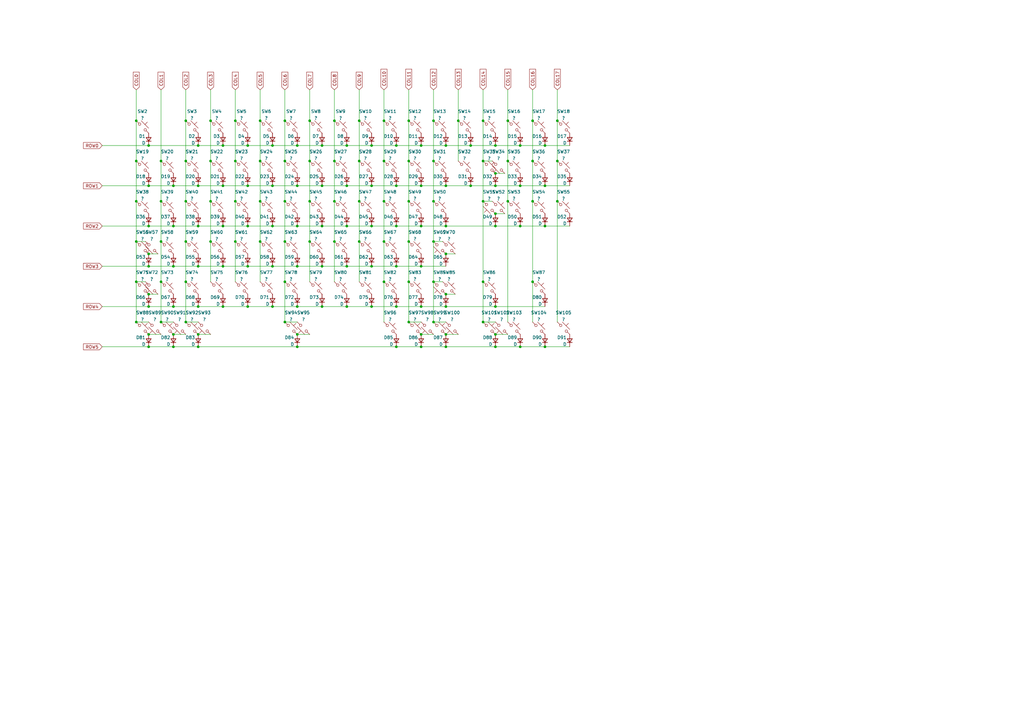
<source format=kicad_sch>
(kicad_sch (version 20211123) (generator eeschema)
  (paper "A3")
  (junction (at 81.28 137.16))
  (junction (at 71.12 142.24))
  (junction (at 76.2 82.55))
  (junction (at 121.92 137.16))
  (junction (at 121.92 142.24))
  (junction (at 66.04 99.06))
  (junction (at 193.04 76.2))
  (junction (at 127 49.53))
  (junction (at 167.64 49.53))
  (junction (at 76.2 132.08))
  (junction (at 182.88 120.65))
  (junction (at 127 82.55))
  (junction (at 162.56 109.22))
  (junction (at 193.04 59.69))
  (junction (at 228.6 66.04))
  (junction (at 182.88 137.16))
  (junction (at 223.52 92.71))
  (junction (at 60.96 142.24))
  (junction (at 81.28 59.69))
  (junction (at 172.72 137.16))
  (junction (at 111.76 125.73))
  (junction (at 132.08 59.69))
  (junction (at 132.08 109.22))
  (junction (at 86.36 82.55))
  (junction (at 71.12 137.16))
  (junction (at 101.6 76.2))
  (junction (at 142.24 76.2))
  (junction (at 121.92 125.73))
  (junction (at 167.64 99.06))
  (junction (at 91.44 59.69))
  (junction (at 96.52 82.55))
  (junction (at 172.72 109.22))
  (junction (at 167.64 115.57))
  (junction (at 177.8 99.06))
  (junction (at 60.96 109.22))
  (junction (at 228.6 82.55))
  (junction (at 152.4 92.71))
  (junction (at 137.16 49.53))
  (junction (at 157.48 99.06))
  (junction (at 157.48 66.04))
  (junction (at 142.24 125.73))
  (junction (at 55.88 49.53))
  (junction (at 167.64 82.55))
  (junction (at 60.96 137.16))
  (junction (at 177.8 49.53))
  (junction (at 162.56 59.69))
  (junction (at 223.52 59.69))
  (junction (at 218.44 66.04))
  (junction (at 116.84 49.53))
  (junction (at 198.12 82.55))
  (junction (at 81.28 76.2))
  (junction (at 182.88 142.24))
  (junction (at 55.88 66.04))
  (junction (at 142.24 92.71))
  (junction (at 213.36 142.24))
  (junction (at 157.48 82.55))
  (junction (at 121.92 59.69))
  (junction (at 60.96 125.73))
  (junction (at 71.12 125.73))
  (junction (at 76.2 66.04))
  (junction (at 81.28 92.71))
  (junction (at 218.44 49.53))
  (junction (at 86.36 99.06))
  (junction (at 60.96 92.71))
  (junction (at 152.4 109.22))
  (junction (at 213.36 76.2))
  (junction (at 121.92 109.22))
  (junction (at 111.76 109.22))
  (junction (at 177.8 66.04))
  (junction (at 203.2 142.24))
  (junction (at 101.6 59.69))
  (junction (at 162.56 142.24))
  (junction (at 121.92 92.71))
  (junction (at 203.2 87.63))
  (junction (at 213.36 59.69))
  (junction (at 66.04 115.57))
  (junction (at 142.24 109.22))
  (junction (at 203.2 71.12))
  (junction (at 147.32 49.53))
  (junction (at 101.6 109.22))
  (junction (at 167.64 66.04))
  (junction (at 137.16 99.06))
  (junction (at 60.96 76.2))
  (junction (at 116.84 82.55))
  (junction (at 147.32 82.55))
  (junction (at 96.52 66.04))
  (junction (at 86.36 49.53))
  (junction (at 66.04 82.55))
  (junction (at 147.32 66.04))
  (junction (at 198.12 132.08))
  (junction (at 86.36 66.04))
  (junction (at 132.08 92.71))
  (junction (at 60.96 120.65))
  (junction (at 162.56 76.2))
  (junction (at 218.44 115.57))
  (junction (at 91.44 109.22))
  (junction (at 208.28 66.04))
  (junction (at 142.24 59.69))
  (junction (at 203.2 59.69))
  (junction (at 55.88 99.06))
  (junction (at 55.88 82.55))
  (junction (at 152.4 76.2))
  (junction (at 203.2 125.73))
  (junction (at 111.76 92.71))
  (junction (at 208.28 82.55))
  (junction (at 60.96 59.69))
  (junction (at 137.16 66.04))
  (junction (at 127 66.04))
  (junction (at 91.44 76.2))
  (junction (at 228.6 49.53))
  (junction (at 203.2 137.16))
  (junction (at 157.48 115.57))
  (junction (at 172.72 142.24))
  (junction (at 106.68 99.06))
  (junction (at 66.04 66.04))
  (junction (at 147.32 99.06))
  (junction (at 152.4 59.69))
  (junction (at 172.72 76.2))
  (junction (at 182.88 92.71))
  (junction (at 132.08 76.2))
  (junction (at 182.88 125.73))
  (junction (at 177.8 132.08))
  (junction (at 223.52 142.24))
  (junction (at 223.52 76.2))
  (junction (at 81.28 125.73))
  (junction (at 76.2 49.53))
  (junction (at 60.96 104.14))
  (junction (at 182.88 76.2))
  (junction (at 96.52 99.06))
  (junction (at 76.2 99.06))
  (junction (at 116.84 99.06))
  (junction (at 213.36 92.71))
  (junction (at 106.68 66.04))
  (junction (at 172.72 125.73))
  (junction (at 198.12 66.04))
  (junction (at 55.88 132.08))
  (junction (at 172.72 59.69))
  (junction (at 81.28 142.24))
  (junction (at 116.84 132.08))
  (junction (at 208.28 49.53))
  (junction (at 76.2 115.57))
  (junction (at 162.56 125.73))
  (junction (at 203.2 76.2))
  (junction (at 177.8 82.55))
  (junction (at 137.16 82.55))
  (junction (at 71.12 92.71))
  (junction (at 106.68 49.53))
  (junction (at 71.12 109.22))
  (junction (at 167.64 132.08))
  (junction (at 66.04 132.08))
  (junction (at 182.88 104.14))
  (junction (at 127 99.06))
  (junction (at 198.12 115.57))
  (junction (at 111.76 59.69))
  (junction (at 187.96 49.53))
  (junction (at 198.12 49.53))
  (junction (at 101.6 125.73))
  (junction (at 177.8 115.57))
  (junction (at 116.84 115.57))
  (junction (at 157.48 49.53))
  (junction (at 172.72 92.71))
  (junction (at 218.44 82.55))
  (junction (at 121.92 76.2))
  (junction (at 55.88 115.57))
  (junction (at 203.2 92.71))
  (junction (at 81.28 109.22))
  (junction (at 152.4 125.73))
  (junction (at 116.84 66.04))
  (junction (at 71.12 76.2))
  (junction (at 91.44 125.73))
  (junction (at 106.68 82.55))
  (junction (at 132.08 125.73))
  (junction (at 111.76 76.2))
  (junction (at 101.6 92.71))
  (junction (at 96.52 49.53))
  (junction (at 182.88 59.69))
  (junction (at 162.56 92.71))
  (junction (at 91.44 92.71))
  (wire (pts (xy 137.16 99.06) (xy 137.16 115.57)))
  (wire (pts (xy 101.6 76.2) (xy 111.76 76.2)))
  (wire (pts (xy 182.88 59.69) (xy 193.04 59.69)))
  (wire (pts (xy 76.2 36.83) (xy 76.2 49.53)))
  (wire (pts (xy 66.04 82.55) (xy 66.04 99.06)))
  (wire (pts (xy 60.96 104.14) (xy 64.77 104.14)))
  (wire (pts (xy 147.32 49.53) (xy 147.32 66.04)))
  (wire (pts (xy 60.96 125.73) (xy 71.12 125.73)))
  (wire (pts (xy 41.91 59.69) (xy 60.96 59.69)))
  (wire (pts (xy 60.96 59.69) (xy 81.28 59.69)))
  (wire (pts (xy 213.36 92.71) (xy 223.52 92.71)))
  (wire (pts (xy 152.4 92.71) (xy 162.56 92.71)))
  (wire (pts (xy 208.28 66.04) (xy 208.28 82.55)))
  (wire (pts (xy 91.44 59.69) (xy 101.6 59.69)))
  (wire (pts (xy 198.12 49.53) (xy 198.12 66.04)))
  (wire (pts (xy 127 82.55) (xy 127 99.06)))
  (wire (pts (xy 101.6 59.69) (xy 111.76 59.69)))
  (wire (pts (xy 198.12 66.04) (xy 198.12 82.55)))
  (wire (pts (xy 60.96 109.22) (xy 71.12 109.22)))
  (wire (pts (xy 203.2 142.24) (xy 213.36 142.24)))
  (wire (pts (xy 132.08 76.2) (xy 142.24 76.2)))
  (wire (pts (xy 177.8 99.06) (xy 181.61 99.06)))
  (wire (pts (xy 71.12 137.16) (xy 76.2 137.16)))
  (wire (pts (xy 167.64 66.04) (xy 167.64 82.55)))
  (wire (pts (xy 152.4 76.2) (xy 162.56 76.2)))
  (wire (pts (xy 157.48 49.53) (xy 157.48 66.04)))
  (wire (pts (xy 91.44 76.2) (xy 101.6 76.2)))
  (wire (pts (xy 203.2 71.12) (xy 207.01 71.12)))
  (wire (pts (xy 182.88 104.14) (xy 186.69 104.14)))
  (wire (pts (xy 167.64 36.83) (xy 167.64 49.53)))
  (wire (pts (xy 198.12 132.08) (xy 203.2 132.08)))
  (wire (pts (xy 86.36 66.04) (xy 86.36 82.55)))
  (wire (pts (xy 177.8 132.08) (xy 182.88 132.08)))
  (wire (pts (xy 66.04 36.83) (xy 66.04 66.04)))
  (wire (pts (xy 228.6 82.55) (xy 228.6 132.08)))
  (wire (pts (xy 177.8 115.57) (xy 181.61 115.57)))
  (wire (pts (xy 41.91 76.2) (xy 60.96 76.2)))
  (wire (pts (xy 157.48 115.57) (xy 157.48 132.08)))
  (wire (pts (xy 157.48 99.06) (xy 157.48 115.57)))
  (wire (pts (xy 208.28 49.53) (xy 208.28 66.04)))
  (wire (pts (xy 172.72 92.71) (xy 182.88 92.71)))
  (wire (pts (xy 60.96 92.71) (xy 71.12 92.71)))
  (wire (pts (xy 60.96 137.16) (xy 66.04 137.16)))
  (wire (pts (xy 203.2 87.63) (xy 207.01 87.63)))
  (wire (pts (xy 121.92 59.69) (xy 132.08 59.69)))
  (wire (pts (xy 147.32 66.04) (xy 147.32 82.55)))
  (wire (pts (xy 127 99.06) (xy 127 115.57)))
  (wire (pts (xy 142.24 92.71) (xy 152.4 92.71)))
  (wire (pts (xy 132.08 125.73) (xy 142.24 125.73)))
  (wire (pts (xy 157.48 66.04) (xy 157.48 82.55)))
  (wire (pts (xy 116.84 66.04) (xy 116.84 82.55)))
  (wire (pts (xy 86.36 82.55) (xy 86.36 99.06)))
  (wire (pts (xy 213.36 142.24) (xy 223.52 142.24)))
  (wire (pts (xy 147.32 82.55) (xy 147.32 99.06)))
  (wire (pts (xy 137.16 49.53) (xy 137.16 66.04)))
  (wire (pts (xy 116.84 115.57) (xy 116.84 132.08)))
  (wire (pts (xy 193.04 59.69) (xy 203.2 59.69)))
  (wire (pts (xy 172.72 137.16) (xy 177.8 137.16)))
  (wire (pts (xy 71.12 142.24) (xy 81.28 142.24)))
  (wire (pts (xy 182.88 125.73) (xy 203.2 125.73)))
  (wire (pts (xy 81.28 137.16) (xy 86.36 137.16)))
  (wire (pts (xy 66.04 115.57) (xy 66.04 132.08)))
  (wire (pts (xy 177.8 99.06) (xy 177.8 115.57)))
  (wire (pts (xy 121.92 109.22) (xy 132.08 109.22)))
  (wire (pts (xy 111.76 109.22) (xy 121.92 109.22)))
  (wire (pts (xy 177.8 49.53) (xy 177.8 66.04)))
  (wire (pts (xy 81.28 76.2) (xy 91.44 76.2)))
  (wire (pts (xy 147.32 99.06) (xy 147.32 115.57)))
  (wire (pts (xy 218.44 49.53) (xy 218.44 66.04)))
  (wire (pts (xy 121.92 142.24) (xy 162.56 142.24)))
  (wire (pts (xy 81.28 142.24) (xy 121.92 142.24)))
  (wire (pts (xy 218.44 66.04) (xy 218.44 82.55)))
  (wire (pts (xy 167.64 132.08) (xy 172.72 132.08)))
  (wire (pts (xy 55.88 115.57) (xy 59.69 115.57)))
  (wire (pts (xy 101.6 125.73) (xy 111.76 125.73)))
  (wire (pts (xy 203.2 137.16) (xy 208.28 137.16)))
  (wire (pts (xy 96.52 36.83) (xy 96.52 49.53)))
  (wire (pts (xy 60.96 120.65) (xy 64.77 120.65)))
  (wire (pts (xy 187.96 49.53) (xy 187.96 66.04)))
  (wire (pts (xy 162.56 142.24) (xy 172.72 142.24)))
  (wire (pts (xy 71.12 109.22) (xy 81.28 109.22)))
  (wire (pts (xy 167.64 82.55) (xy 167.64 99.06)))
  (wire (pts (xy 55.88 49.53) (xy 55.88 66.04)))
  (wire (pts (xy 116.84 82.55) (xy 116.84 99.06)))
  (wire (pts (xy 167.64 49.53) (xy 167.64 66.04)))
  (wire (pts (xy 157.48 36.83) (xy 157.48 49.53)))
  (wire (pts (xy 106.68 36.83) (xy 106.68 49.53)))
  (wire (pts (xy 91.44 125.73) (xy 101.6 125.73)))
  (wire (pts (xy 228.6 36.83) (xy 228.6 49.53)))
  (wire (pts (xy 132.08 92.71) (xy 142.24 92.71)))
  (wire (pts (xy 55.88 82.55) (xy 55.88 99.06)))
  (wire (pts (xy 198.12 66.04) (xy 201.93 66.04)))
  (wire (pts (xy 177.8 66.04) (xy 177.8 82.55)))
  (wire (pts (xy 167.64 99.06) (xy 167.64 115.57)))
  (wire (pts (xy 106.68 49.53) (xy 106.68 66.04)))
  (wire (pts (xy 203.2 76.2) (xy 213.36 76.2)))
  (wire (pts (xy 71.12 125.73) (xy 81.28 125.73)))
  (wire (pts (xy 177.8 36.83) (xy 177.8 49.53)))
  (wire (pts (xy 198.12 82.55) (xy 198.12 115.57)))
  (wire (pts (xy 223.52 76.2) (xy 233.68 76.2)))
  (wire (pts (xy 162.56 92.71) (xy 172.72 92.71)))
  (wire (pts (xy 86.36 36.83) (xy 86.36 49.53)))
  (wire (pts (xy 132.08 59.69) (xy 142.24 59.69)))
  (wire (pts (xy 66.04 99.06) (xy 66.04 115.57)))
  (wire (pts (xy 116.84 99.06) (xy 116.84 115.57)))
  (wire (pts (xy 228.6 49.53) (xy 228.6 66.04)))
  (wire (pts (xy 172.72 109.22) (xy 182.88 109.22)))
  (wire (pts (xy 152.4 109.22) (xy 162.56 109.22)))
  (wire (pts (xy 76.2 49.53) (xy 76.2 66.04)))
  (wire (pts (xy 55.88 132.08) (xy 60.96 132.08)))
  (wire (pts (xy 96.52 99.06) (xy 96.52 115.57)))
  (wire (pts (xy 96.52 82.55) (xy 96.52 99.06)))
  (wire (pts (xy 142.24 125.73) (xy 152.4 125.73)))
  (wire (pts (xy 121.92 76.2) (xy 132.08 76.2)))
  (wire (pts (xy 55.88 99.06) (xy 55.88 115.57)))
  (wire (pts (xy 213.36 59.69) (xy 223.52 59.69)))
  (wire (pts (xy 218.44 82.55) (xy 218.44 115.57)))
  (wire (pts (xy 157.48 82.55) (xy 157.48 99.06)))
  (wire (pts (xy 172.72 125.73) (xy 182.88 125.73)))
  (wire (pts (xy 121.92 92.71) (xy 132.08 92.71)))
  (wire (pts (xy 162.56 59.69) (xy 172.72 59.69)))
  (wire (pts (xy 76.2 82.55) (xy 76.2 99.06)))
  (wire (pts (xy 223.52 59.69) (xy 233.68 59.69)))
  (wire (pts (xy 101.6 92.71) (xy 111.76 92.71)))
  (wire (pts (xy 106.68 66.04) (xy 106.68 82.55)))
  (wire (pts (xy 167.64 115.57) (xy 167.64 132.08)))
  (wire (pts (xy 228.6 66.04) (xy 228.6 82.55)))
  (wire (pts (xy 76.2 115.57) (xy 76.2 132.08)))
  (wire (pts (xy 137.16 82.55) (xy 137.16 99.06)))
  (wire (pts (xy 208.28 36.83) (xy 208.28 49.53)))
  (wire (pts (xy 121.92 125.73) (xy 132.08 125.73)))
  (wire (pts (xy 142.24 76.2) (xy 152.4 76.2)))
  (wire (pts (xy 172.72 142.24) (xy 182.88 142.24)))
  (wire (pts (xy 106.68 99.06) (xy 106.68 115.57)))
  (wire (pts (xy 203.2 125.73) (xy 223.52 125.73)))
  (wire (pts (xy 111.76 125.73) (xy 121.92 125.73)))
  (wire (pts (xy 106.68 82.55) (xy 106.68 99.06)))
  (wire (pts (xy 91.44 92.71) (xy 101.6 92.71)))
  (wire (pts (xy 81.28 109.22) (xy 91.44 109.22)))
  (wire (pts (xy 71.12 76.2) (xy 81.28 76.2)))
  (wire (pts (xy 132.08 109.22) (xy 142.24 109.22)))
  (wire (pts (xy 208.28 82.55) (xy 208.28 132.08)))
  (wire (pts (xy 152.4 59.69) (xy 162.56 59.69)))
  (wire (pts (xy 127 66.04) (xy 127 82.55)))
  (wire (pts (xy 66.04 132.08) (xy 71.12 132.08)))
  (wire (pts (xy 127 36.83) (xy 127 49.53)))
  (wire (pts (xy 81.28 125.73) (xy 91.44 125.73)))
  (wire (pts (xy 86.36 99.06) (xy 86.36 115.57)))
  (wire (pts (xy 121.92 137.16) (xy 127 137.16)))
  (wire (pts (xy 177.8 82.55) (xy 177.8 99.06)))
  (wire (pts (xy 60.96 142.24) (xy 71.12 142.24)))
  (wire (pts (xy 96.52 66.04) (xy 96.52 82.55)))
  (wire (pts (xy 187.96 36.83) (xy 187.96 49.53)))
  (wire (pts (xy 213.36 76.2) (xy 223.52 76.2)))
  (wire (pts (xy 203.2 92.71) (xy 213.36 92.71)))
  (wire (pts (xy 182.88 137.16) (xy 187.96 137.16)))
  (wire (pts (xy 142.24 109.22) (xy 152.4 109.22)))
  (wire (pts (xy 162.56 109.22) (xy 172.72 109.22)))
  (wire (pts (xy 91.44 109.22) (xy 101.6 109.22)))
  (wire (pts (xy 172.72 76.2) (xy 182.88 76.2)))
  (wire (pts (xy 152.4 125.73) (xy 162.56 125.73)))
  (wire (pts (xy 41.91 92.71) (xy 60.96 92.71)))
  (wire (pts (xy 137.16 66.04) (xy 137.16 82.55)))
  (wire (pts (xy 41.91 109.22) (xy 60.96 109.22)))
  (wire (pts (xy 41.91 142.24) (xy 60.96 142.24)))
  (wire (pts (xy 162.56 125.73) (xy 172.72 125.73)))
  (wire (pts (xy 111.76 92.71) (xy 121.92 92.71)))
  (wire (pts (xy 182.88 120.65) (xy 186.69 120.65)))
  (wire (pts (xy 182.88 92.71) (xy 203.2 92.71)))
  (wire (pts (xy 198.12 82.55) (xy 201.93 82.55)))
  (wire (pts (xy 182.88 142.24) (xy 203.2 142.24)))
  (wire (pts (xy 76.2 66.04) (xy 76.2 82.55)))
  (wire (pts (xy 55.88 36.83) (xy 55.88 49.53)))
  (wire (pts (xy 116.84 49.53) (xy 116.84 66.04)))
  (wire (pts (xy 41.91 125.73) (xy 60.96 125.73)))
  (wire (pts (xy 116.84 36.83) (xy 116.84 49.53)))
  (wire (pts (xy 147.32 36.83) (xy 147.32 49.53)))
  (wire (pts (xy 81.28 59.69) (xy 91.44 59.69)))
  (wire (pts (xy 55.88 66.04) (xy 55.88 82.55)))
  (wire (pts (xy 182.88 76.2) (xy 193.04 76.2)))
  (wire (pts (xy 86.36 49.53) (xy 86.36 66.04)))
  (wire (pts (xy 111.76 76.2) (xy 121.92 76.2)))
  (wire (pts (xy 81.28 92.71) (xy 91.44 92.71)))
  (wire (pts (xy 203.2 59.69) (xy 213.36 59.69)))
  (wire (pts (xy 193.04 76.2) (xy 203.2 76.2)))
  (wire (pts (xy 76.2 99.06) (xy 76.2 115.57)))
  (wire (pts (xy 76.2 132.08) (xy 81.28 132.08)))
  (wire (pts (xy 60.96 76.2) (xy 71.12 76.2)))
  (wire (pts (xy 162.56 76.2) (xy 172.72 76.2)))
  (wire (pts (xy 172.72 59.69) (xy 182.88 59.69)))
  (wire (pts (xy 223.52 142.24) (xy 233.68 142.24)))
  (wire (pts (xy 198.12 36.83) (xy 198.12 49.53)))
  (wire (pts (xy 116.84 132.08) (xy 121.92 132.08)))
  (wire (pts (xy 177.8 115.57) (xy 177.8 132.08)))
  (wire (pts (xy 218.44 115.57) (xy 218.44 132.08)))
  (wire (pts (xy 142.24 59.69) (xy 152.4 59.69)))
  (wire (pts (xy 198.12 115.57) (xy 198.12 132.08)))
  (wire (pts (xy 55.88 115.57) (xy 55.88 132.08)))
  (wire (pts (xy 71.12 92.71) (xy 81.28 92.71)))
  (wire (pts (xy 137.16 36.83) (xy 137.16 49.53)))
  (wire (pts (xy 218.44 36.83) (xy 218.44 49.53)))
  (wire (pts (xy 127 49.53) (xy 127 66.04)))
  (wire (pts (xy 96.52 49.53) (xy 96.52 66.04)))
  (wire (pts (xy 101.6 109.22) (xy 111.76 109.22)))
  (wire (pts (xy 55.88 99.06) (xy 59.69 99.06)))
  (wire (pts (xy 223.52 92.71) (xy 233.68 92.71)))
  (wire (pts (xy 111.76 59.69) (xy 121.92 59.69)))
  (wire (pts (xy 66.04 66.04) (xy 66.04 82.55)))
  (global_label "COL10" (shape input) (at 157.48 36.83 90) (property "Intersheet References" "${INTERSHEET_REFS}" (effects hide)))
  (global_label "COL15" (shape input) (at 208.28 36.83 90) (property "Intersheet References" "${INTERSHEET_REFS}" (effects hide)))
  (global_label "COL2" (shape input) (at 76.2 36.83 90) (property "Intersheet References" "${INTERSHEET_REFS}" (effects hide)))
  (global_label "ROW3" (shape input) (at 41.91 109.22 180) (property "Intersheet References" "${INTERSHEET_REFS}" (effects hide)))
  (global_label "COL17" (shape input) (at 228.6 36.83 90) (property "Intersheet References" "${INTERSHEET_REFS}" (effects hide)))
  (global_label "COL1" (shape input) (at 66.04 36.83 90) (property "Intersheet References" "${INTERSHEET_REFS}" (effects hide)))
  (global_label "ROW2" (shape input) (at 41.91 92.71 180) (property "Intersheet References" "${INTERSHEET_REFS}" (effects hide)))
  (global_label "COL8" (shape input) (at 137.16 36.83 90) (property "Intersheet References" "${INTERSHEET_REFS}" (effects hide)))
  (global_label "COL4" (shape input) (at 96.52 36.83 90) (property "Intersheet References" "${INTERSHEET_REFS}" (effects hide)))
  (global_label "COL7" (shape input) (at 127 36.83 90) (property "Intersheet References" "${INTERSHEET_REFS}" (effects hide)))
  (global_label "ROW4" (shape input) (at 41.91 125.73 180) (property "Intersheet References" "${INTERSHEET_REFS}" (effects hide)))
  (global_label "COL5" (shape input) (at 106.68 36.83 90) (property "Intersheet References" "${INTERSHEET_REFS}" (effects hide)))
  (global_label "COL13" (shape input) (at 187.96 36.83 90) (property "Intersheet References" "${INTERSHEET_REFS}" (effects hide)))
  (global_label "ROW5" (shape input) (at 41.91 142.24 180) (property "Intersheet References" "${INTERSHEET_REFS}" (effects hide)))
  (global_label "ROW1" (shape input) (at 41.91 76.2 180) (property "Intersheet References" "${INTERSHEET_REFS}" (effects hide)))
  (global_label "COL0" (shape input) (at 55.88 36.83 90) (property "Intersheet References" "${INTERSHEET_REFS}" (effects hide)))
  (global_label "COL16" (shape input) (at 218.44 36.83 90) (property "Intersheet References" "${INTERSHEET_REFS}" (effects hide)))
  (global_label "ROW0" (shape input) (at 41.91 59.69 180) (property "Intersheet References" "${INTERSHEET_REFS}" (effects hide)))
  (global_label "COL12" (shape input) (at 177.8 36.83 90) (property "Intersheet References" "${INTERSHEET_REFS}" (effects hide)))
  (global_label "COL14" (shape input) (at 198.12 36.83 90) (property "Intersheet References" "${INTERSHEET_REFS}" (effects hide)))
  (global_label "COL11" (shape input) (at 167.64 36.83 90) (property "Intersheet References" "${INTERSHEET_REFS}" (effects hide)))
  (global_label "COL3" (shape input) (at 86.36 36.83 90) (property "Intersheet References" "${INTERSHEET_REFS}" (effects hide)))
  (global_label "COL9" (shape input) (at 147.32 36.83 90) (property "Intersheet References" "${INTERSHEET_REFS}" (effects hide)))
  (global_label "COL6" (shape input) (at 116.84 36.83 90) (property "Intersheet References" "${INTERSHEET_REFS}" (effects hide)))
  (symbol (lib_id "Device:D_Small") (at 213.36 57.15 90) (unit 1)
    (property "Reference" "D15" (at 212.09 55.88 90) (effects (justify left)))
    (property "Value" "D" (at 212.09 58.6551 90) (effects (justify left)))
    (property "Footprint" "Diode_SMD:D_0402_1005Metric" (effects hide))
  )
  (symbol (lib_id "Device:D_Small") (at 91.44 73.66 90) (unit 1)
    (property "Reference" "D21" (at 90.17 72.39 90) (effects (justify left)))
    (property "Value" "D" (at 90.17 75.1651 90) (effects (justify left)))
    (property "Footprint" "Diode_SMD:D_0402_1005Metric" (effects hide))
  )
  (symbol (lib_id "marbastlib-mx:MX_SW_HS") (at 170.18 101.6 0) (unit 1)
    (property "Reference" "SW68" (at 170.18 95.2205 0))
    (property "Value" "?" (at 170.18 97.9956 0))
    (property "Footprint" "marbastlib-mx:SW_MX_HS_1u" (effects hide))
  )
  (symbol (lib_id "marbastlib-mx:MX_SW_HS") (at 62.23 118.11 180) (unit 1)
    (property "Reference" "SW72" (at 62.23 111.7305 0))
    (property "Value" "?" (at 62.23 114.5056 0))
    (property "Footprint" "marbastlib-mx:SW_MX_HS_1u" (effects hide))
  )
  (symbol (lib_id "Device:D_Small") (at 162.56 90.17 90) (unit 1)
    (property "Reference" "D46" (at 161.29 88.9 90) (effects (justify left)))
    (property "Value" "D" (at 161.29 91.6751 90) (effects (justify left)))
    (property "Footprint" "Diode_SMD:D_0402_1005Metric" (effects hide))
  )
  (symbol (lib_id "marbastlib-mx:MX_SW_HS") (at 109.22 85.09 0) (unit 1)
    (property "Reference" "SW43" (at 109.22 78.7105 0))
    (property "Value" "?" (at 109.22 81.4856 0))
    (property "Footprint" "marbastlib-mx:SW_MX_HS_1u" (effects hide))
  )
  (symbol (lib_id "marbastlib-mx:MX_SW_HS") (at 88.9 101.6 0) (unit 1)
    (property "Reference" "SW60" (at 88.9 95.2205 0))
    (property "Value" "?" (at 88.9 97.9956 0))
    (property "Footprint" "marbastlib-mx:SW_MX_HS_1u" (effects hide))
  )
  (symbol (lib_id "Device:D_Small") (at 121.92 57.15 90) (unit 1)
    (property "Reference" "D6" (at 120.65 55.88 90) (effects (justify left)))
    (property "Value" "D" (at 120.65 58.6551 90) (effects (justify left)))
    (property "Footprint" "Diode_SMD:D_0402_1005Metric" (effects hide))
  )
  (symbol (lib_id "marbastlib-mx:MX_SW_HS") (at 68.58 118.11 0) (unit 1)
    (property "Reference" "SW73" (at 68.58 111.7305 0))
    (property "Value" "?" (at 68.58 114.5056 0))
    (property "Footprint" "marbastlib-mx:SW_MX_HS_1u" (effects hide))
  )
  (symbol (lib_id "marbastlib-mx:MX_SW_HS") (at 180.34 118.11 180) (unit 1)
    (property "Reference" "SW84" (at 180.34 111.7305 0))
    (property "Value" "?" (at 180.34 114.5056 0))
    (property "Footprint" "marbastlib-mx:SW_MX_HS_1u" (effects hide))
  )
  (symbol (lib_id "marbastlib-mx:MX_SW_HS") (at 220.98 52.07 0) (unit 1)
    (property "Reference" "SW17" (at 220.98 45.6905 0))
    (property "Value" "?" (at 220.98 48.4656 0))
    (property "Footprint" "marbastlib-mx:SW_MX_HS_1u" (effects hide))
  )
  (symbol (lib_id "Device:D_Small") (at 60.96 73.66 90) (unit 1)
    (property "Reference" "D18" (at 59.69 72.39 90) (effects (justify left)))
    (property "Value" "D" (at 59.69 75.1651 90) (effects (justify left)))
    (property "Footprint" "Diode_SMD:D_0402_1005Metric" (effects hide))
  )
  (symbol (lib_id "marbastlib-mx:MX_SW_HS") (at 210.82 134.62 0) (unit 1)
    (property "Reference" "SW103" (at 210.82 128.2405 0))
    (property "Value" "?" (at 210.82 131.0156 0))
    (property "Footprint" "marbastlib-mx:SW_MX_HS_1u" (effects hide))
  )
  (symbol (lib_id "marbastlib-mx:MX_SW_HS") (at 119.38 68.58 0) (unit 1)
    (property "Reference" "SW25" (at 119.38 62.2005 0))
    (property "Value" "?" (at 119.38 64.9756 0))
    (property "Footprint" "marbastlib-mx:SW_MX_HS_1u" (effects hide))
  )
  (symbol (lib_id "Device:D_Small") (at 223.52 139.7 90) (unit 1)
    (property "Reference" "D90" (at 222.25 138.43 90) (effects (justify left)))
    (property "Value" "D" (at 222.25 141.2051 90) (effects (justify left)))
    (property "Footprint" "Diode_SMD:D_0402_1005Metric" (effects hide))
  )
  (symbol (lib_id "marbastlib-mx:MX_SW_HS") (at 124.46 134.62 180) (unit 1)
    (property "Reference" "SW95" (at 124.46 128.2405 0))
    (property "Value" "?" (at 124.46 131.0156 0))
    (property "Footprint" "marbastlib-mx:SW_MX_HS_1u" (effects hide))
  )
  (symbol (lib_id "marbastlib-mx:MX_SW_HS") (at 190.5 68.58 0) (unit 1)
    (property "Reference" "SW32" (at 190.5 62.2005 0))
    (property "Value" "?" (at 190.5 64.9756 0))
    (property "Footprint" "marbastlib-mx:SW_MX_HS_1u" (effects hide))
  )
  (symbol (lib_id "marbastlib-mx:MX_SW_HS") (at 149.86 101.6 0) (unit 1)
    (property "Reference" "SW66" (at 149.86 95.2205 0))
    (property "Value" "?" (at 149.86 97.9956 0))
    (property "Footprint" "marbastlib-mx:SW_MX_HS_1u" (effects hide))
  )
  (symbol (lib_id "Device:D_Small") (at 81.28 139.7 90) (unit 1)
    (property "Reference" "D83" (at 80.01 138.43 90) (effects (justify left)))
    (property "Value" "D" (at 80.01 141.2051 90) (effects (justify left)))
    (property "Footprint" "Diode_SMD:D_0402_1005Metric" (effects hide))
  )
  (symbol (lib_id "Device:D_Small") (at 71.12 123.19 90) (unit 1)
    (property "Reference" "D67" (at 69.85 121.92 90) (effects (justify left)))
    (property "Value" "D" (at 69.85 124.6951 90) (effects (justify left)))
    (property "Footprint" "Diode_SMD:D_0402_1005Metric" (effects hide))
  )
  (symbol (lib_id "Device:D_Small") (at 132.08 57.15 90) (unit 1)
    (property "Reference" "D7" (at 130.81 55.88 90) (effects (justify left)))
    (property "Value" "D" (at 130.81 58.6551 90) (effects (justify left)))
    (property "Footprint" "Diode_SMD:D_0402_1005Metric" (effects hide))
  )
  (symbol (lib_id "marbastlib-mx:MX_SW_HS") (at 210.82 52.07 0) (unit 1)
    (property "Reference" "SW16" (at 210.82 45.6905 0))
    (property "Value" "?" (at 210.82 48.4656 0))
    (property "Footprint" "marbastlib-mx:SW_MX_HS_1u" (effects hide))
  )
  (symbol (lib_id "marbastlib-mx:MX_SW_HS") (at 180.34 52.07 0) (unit 1)
    (property "Reference" "SW13" (at 180.34 45.6905 0))
    (property "Value" "?" (at 180.34 48.4656 0))
    (property "Footprint" "marbastlib-mx:SW_MX_HS_1u" (effects hide))
  )
  (symbol (lib_id "marbastlib-mx:MX_SW_HS") (at 231.14 68.58 0) (unit 1)
    (property "Reference" "SW37" (at 231.14 62.2005 0))
    (property "Value" "?" (at 231.14 64.9756 0))
    (property "Footprint" "marbastlib-mx:SW_MX_HS_1u" (effects hide))
  )
  (symbol (lib_id "Device:D_Small") (at 111.76 106.68 90) (unit 1)
    (property "Reference" "D58" (at 110.49 105.41 90) (effects (justify left)))
    (property "Value" "D" (at 110.49 108.1851 90) (effects (justify left)))
    (property "Footprint" "Diode_SMD:D_0402_1005Metric" (effects hide))
  )
  (symbol (lib_id "marbastlib-mx:MX_SW_HS") (at 99.06 118.11 0) (unit 1)
    (property "Reference" "SW76" (at 99.06 111.7305 0))
    (property "Value" "?" (at 99.06 114.5056 0))
    (property "Footprint" "marbastlib-mx:SW_MX_HS_1u" (effects hide))
  )
  (symbol (lib_id "Device:D_Small") (at 203.2 57.15 90) (unit 1)
    (property "Reference" "D14" (at 201.93 55.88 90) (effects (justify left)))
    (property "Value" "D" (at 201.93 58.6551 90) (effects (justify left)))
    (property "Footprint" "Diode_SMD:D_0402_1005Metric" (effects hide))
  )
  (symbol (lib_id "marbastlib-mx:MX_SW_HS") (at 220.98 134.62 0) (unit 1)
    (property "Reference" "SW104" (at 220.98 128.2405 0))
    (property "Value" "?" (at 220.98 131.0156 0))
    (property "Footprint" "marbastlib-mx:SW_MX_HS_1u" (effects hide))
  )
  (symbol (lib_id "marbastlib-mx:MX_SW_HS") (at 204.47 85.09 0) (unit 1)
    (property "Reference" "SW52" (at 204.47 78.7105 0))
    (property "Value" "?" (at 204.47 81.4856 0))
    (property "Footprint" "marbastlib-mx:SW_MX_HS_1u" (effects hide))
  )
  (symbol (lib_id "marbastlib-mx:MX_SW_HS") (at 109.22 118.11 0) (unit 1)
    (property "Reference" "SW77" (at 109.22 111.7305 0))
    (property "Value" "?" (at 109.22 114.5056 0))
    (property "Footprint" "marbastlib-mx:SW_MX_HS_1u" (effects hide))
  )
  (symbol (lib_id "marbastlib-mx:MX_SW_HS") (at 200.66 85.09 180) (unit 1)
    (property "Reference" "SW51" (at 200.66 78.7105 0))
    (property "Value" "?" (at 200.66 81.4856 0))
    (property "Footprint" "marbastlib-mx:SW_MX_HS_1u" (effects hide))
  )
  (symbol (lib_id "Device:D_Small") (at 142.24 57.15 90) (unit 1)
    (property "Reference" "D8" (at 140.97 55.88 90) (effects (justify left)))
    (property "Value" "D" (at 140.97 58.6551 90) (effects (justify left)))
    (property "Footprint" "Diode_SMD:D_0402_1005Metric" (effects hide))
  )
  (symbol (lib_id "Device:D_Small") (at 213.36 90.17 90) (unit 1)
    (property "Reference" "D50" (at 212.09 88.9 90) (effects (justify left)))
    (property "Value" "D" (at 212.09 91.6751 90) (effects (justify left)))
    (property "Footprint" "Diode_SMD:D_0402_1005Metric" (effects hide))
  )
  (symbol (lib_id "marbastlib-mx:MX_SW_HS") (at 231.14 85.09 0) (unit 1)
    (property "Reference" "SW55" (at 231.14 78.7105 0))
    (property "Value" "?" (at 231.14 81.4856 0))
    (property "Footprint" "marbastlib-mx:SW_MX_HS_1u" (effects hide))
  )
  (symbol (lib_id "marbastlib-mx:MX_SW_HS") (at 139.7 118.11 0) (unit 1)
    (property "Reference" "SW80" (at 139.7 111.7305 0))
    (property "Value" "?" (at 139.7 114.5056 0))
    (property "Footprint" "marbastlib-mx:SW_MX_HS_1u" (effects hide))
  )
  (symbol (lib_id "marbastlib-mx:MX_SW_HS") (at 160.02 68.58 0) (unit 1)
    (property "Reference" "SW29" (at 160.02 62.2005 0))
    (property "Value" "?" (at 160.02 64.9756 0))
    (property "Footprint" "marbastlib-mx:SW_MX_HS_1u" (effects hide))
  )
  (symbol (lib_id "marbastlib-mx:MX_SW_HS") (at 200.66 134.62 0) (unit 1)
    (property "Reference" "SW101" (at 200.66 128.2405 0))
    (property "Value" "?" (at 200.66 131.0156 0))
    (property "Footprint" "marbastlib-mx:SW_MX_HS_1u" (effects hide))
  )
  (symbol (lib_id "Device:D_Small") (at 152.4 73.66 90) (unit 1)
    (property "Reference" "D27" (at 151.13 72.39 90) (effects (justify left)))
    (property "Value" "D" (at 151.13 75.1651 90) (effects (justify left)))
    (property "Footprint" "Diode_SMD:D_0402_1005Metric" (effects hide))
  )
  (symbol (lib_id "Device:D_Small") (at 203.2 123.19 90) (unit 1)
    (property "Reference" "D79" (at 201.93 121.92 90) (effects (justify left)))
    (property "Value" "D" (at 201.93 124.6951 90) (effects (justify left)))
    (property "Footprint" "Diode_SMD:D_0402_1005Metric" (effects hide))
  )
  (symbol (lib_id "Device:D_Small") (at 172.72 123.19 90) (unit 1)
    (property "Reference" "D77" (at 171.45 121.92 90) (effects (justify left)))
    (property "Value" "D" (at 171.45 124.6951 90) (effects (justify left)))
    (property "Footprint" "Diode_SMD:D_0402_1005Metric" (effects hide))
  )
  (symbol (lib_id "marbastlib-mx:MX_SW_HS") (at 210.82 85.09 0) (unit 1)
    (property "Reference" "SW53" (at 210.82 78.7105 0))
    (property "Value" "?" (at 210.82 81.4856 0))
    (property "Footprint" "marbastlib-mx:SW_MX_HS_1u" (effects hide))
  )
  (symbol (lib_id "Device:D_Small") (at 71.12 90.17 90) (unit 1)
    (property "Reference" "D37" (at 69.85 88.9 90) (effects (justify left)))
    (property "Value" "D" (at 69.85 91.6751 90) (effects (justify left)))
    (property "Footprint" "Diode_SMD:D_0402_1005Metric" (effects hide))
  )
  (symbol (lib_id "marbastlib-mx:MX_SW_HS") (at 149.86 118.11 0) (unit 1)
    (property "Reference" "SW81" (at 149.86 111.7305 0))
    (property "Value" "?" (at 149.86 114.5056 0))
    (property "Footprint" "marbastlib-mx:SW_MX_HS_1u" (effects hide))
  )
  (symbol (lib_id "marbastlib-mx:MX_SW_HS") (at 139.7 52.07 0) (unit 1)
    (property "Reference" "SW9" (at 139.7 45.6905 0))
    (property "Value" "?" (at 139.7 48.4656 0))
    (property "Footprint" "marbastlib-mx:SW_MX_HS_1u" (effects hide))
  )
  (symbol (lib_id "Device:D_Small") (at 223.52 73.66 90) (unit 1)
    (property "Reference" "D34" (at 222.25 72.39 90) (effects (justify left)))
    (property "Value" "D" (at 222.25 75.1651 90) (effects (justify left)))
    (property "Footprint" "Diode_SMD:D_0402_1005Metric" (effects hide))
  )
  (symbol (lib_id "Device:D_Small") (at 152.4 57.15 90) (unit 1)
    (property "Reference" "D9" (at 151.13 55.88 90) (effects (justify left)))
    (property "Value" "D" (at 151.13 58.6551 90) (effects (justify left)))
    (property "Footprint" "Diode_SMD:D_0402_1005Metric" (effects hide))
  )
  (symbol (lib_id "Device:D_Small") (at 223.52 57.15 90) (unit 1)
    (property "Reference" "D16" (at 222.25 55.88 90) (effects (justify left)))
    (property "Value" "D" (at 222.25 58.6551 90) (effects (justify left)))
    (property "Footprint" "Diode_SMD:D_0402_1005Metric" (effects hide))
  )
  (symbol (lib_id "Device:D_Small") (at 193.04 73.66 90) (unit 1)
    (property "Reference" "D31" (at 191.77 72.39 90) (effects (justify left)))
    (property "Value" "D" (at 191.77 75.1651 90) (effects (justify left)))
    (property "Footprint" "Diode_SMD:D_0402_1005Metric" (effects hide))
  )
  (symbol (lib_id "marbastlib-mx:MX_SW_HS") (at 231.14 134.62 0) (unit 1)
    (property "Reference" "SW105" (at 231.14 128.2405 0))
    (property "Value" "?" (at 231.14 131.0156 0))
    (property "Footprint" "marbastlib-mx:SW_MX_HS_1u" (effects hide))
  )
  (symbol (lib_id "marbastlib-mx:MX_SW_HS") (at 99.06 52.07 0) (unit 1)
    (property "Reference" "SW5" (at 99.06 45.6905 0))
    (property "Value" "?" (at 99.06 48.4656 0))
    (property "Footprint" "marbastlib-mx:SW_MX_HS_1u" (effects hide))
  )
  (symbol (lib_id "marbastlib-mx:MX_SW_HS") (at 170.18 85.09 0) (unit 1)
    (property "Reference" "SW49" (at 170.18 78.7105 0))
    (property "Value" "?" (at 170.18 81.4856 0))
    (property "Footprint" "marbastlib-mx:SW_MX_HS_1u" (effects hide))
  )
  (symbol (lib_id "marbastlib-mx:MX_SW_HS") (at 160.02 134.62 0) (unit 1)
    (property "Reference" "SW96" (at 160.02 128.2405 0))
    (property "Value" "?" (at 160.02 131.0156 0))
    (property "Footprint" "marbastlib-mx:SW_MX_HS_1u" (effects hide))
  )
  (symbol (lib_id "Device:D_Small") (at 203.2 139.7 90) (unit 1)
    (property "Reference" "D88" (at 201.93 138.43 90) (effects (justify left)))
    (property "Value" "D" (at 201.93 141.2051 90) (effects (justify left)))
    (property "Footprint" "Diode_SMD:D_0402_1005Metric" (effects hide))
  )
  (symbol (lib_id "marbastlib-mx:MX_SW_HS") (at 170.18 118.11 0) (unit 1)
    (property "Reference" "SW83" (at 170.18 111.7305 0))
    (property "Value" "?" (at 170.18 114.5056 0))
    (property "Footprint" "marbastlib-mx:SW_MX_HS_1u" (effects hide))
  )
  (symbol (lib_id "marbastlib-mx:MX_SW_HS") (at 160.02 52.07 0) (unit 1)
    (property "Reference" "SW11" (at 160.02 45.6905 0))
    (property "Value" "?" (at 160.02 48.4656 0))
    (property "Footprint" "marbastlib-mx:SW_MX_HS_1u" (effects hide))
  )
  (symbol (lib_id "marbastlib-mx:MX_SW_HS") (at 88.9 68.58 0) (unit 1)
    (property "Reference" "SW22" (at 88.9 62.2005 0))
    (property "Value" "?" (at 88.9 64.9756 0))
    (property "Footprint" "marbastlib-mx:SW_MX_HS_1u" (effects hide))
  )
  (symbol (lib_id "Device:D_Small") (at 121.92 90.17 90) (unit 1)
    (property "Reference" "D42" (at 120.65 88.9 90) (effects (justify left)))
    (property "Value" "D" (at 120.65 91.6751 90) (effects (justify left)))
    (property "Footprint" "Diode_SMD:D_0402_1005Metric" (effects hide))
  )
  (symbol (lib_id "Device:D_Small") (at 71.12 106.68 90) (unit 1)
    (property "Reference" "D54" (at 69.85 105.41 90) (effects (justify left)))
    (property "Value" "D" (at 69.85 108.1851 90) (effects (justify left)))
    (property "Footprint" "Diode_SMD:D_0402_1005Metric" (effects hide))
  )
  (symbol (lib_id "marbastlib-mx:MX_SW_HS") (at 78.74 85.09 0) (unit 1)
    (property "Reference" "SW40" (at 78.74 78.7105 0))
    (property "Value" "?" (at 78.74 81.4856 0))
    (property "Footprint" "marbastlib-mx:SW_MX_HS_1u" (effects hide))
  )
  (symbol (lib_id "Device:D_Small") (at 213.36 73.66 90) (unit 1)
    (property "Reference" "D33" (at 212.09 72.39 90) (effects (justify left)))
    (property "Value" "D" (at 212.09 75.1651 90) (effects (justify left)))
    (property "Footprint" "Diode_SMD:D_0402_1005Metric" (effects hide))
  )
  (symbol (lib_id "Device:D_Small") (at 81.28 90.17 90) (unit 1)
    (property "Reference" "D38" (at 80.01 88.9 90) (effects (justify left)))
    (property "Value" "D" (at 80.01 91.6751 90) (effects (justify left)))
    (property "Footprint" "Diode_SMD:D_0402_1005Metric" (effects hide))
  )
  (symbol (lib_id "Device:D_Small") (at 203.2 90.17 90) (unit 1)
    (property "Reference" "D49" (at 201.93 88.9 90) (effects (justify left)))
    (property "Value" "D" (at 201.93 91.6751 90) (effects (justify left)))
    (property "Footprint" "Diode_SMD:D_0402_1005Metric" (effects hide))
  )
  (symbol (lib_id "marbastlib-mx:MX_SW_HS") (at 129.54 118.11 0) (unit 1)
    (property "Reference" "SW79" (at 129.54 111.7305 0))
    (property "Value" "?" (at 129.54 114.5056 0))
    (property "Footprint" "marbastlib-mx:SW_MX_HS_1u" (effects hide))
  )
  (symbol (lib_id "Device:D_Small") (at 162.56 123.19 90) (unit 1)
    (property "Reference" "D76" (at 161.29 121.92 90) (effects (justify left)))
    (property "Value" "D" (at 161.29 124.6951 90) (effects (justify left)))
    (property "Footprint" "Diode_SMD:D_0402_1005Metric" (effects hide))
  )
  (symbol (lib_id "marbastlib-mx:MX_SW_HS") (at 170.18 134.62 0) (unit 1)
    (property "Reference" "SW97" (at 170.18 128.2405 0))
    (property "Value" "?" (at 170.18 131.0156 0))
    (property "Footprint" "marbastlib-mx:SW_MX_HS_1u" (effects hide))
  )
  (symbol (lib_id "Device:D_Small") (at 182.88 123.19 90) (unit 1)
    (property "Reference" "D78" (at 181.61 121.92 90) (effects (justify left)))
    (property "Value" "D" (at 181.61 124.6951 90) (effects (justify left)))
    (property "Footprint" "Diode_SMD:D_0402_1005Metric" (effects hide))
  )
  (symbol (lib_id "Device:D_Small") (at 182.88 139.7 90) (unit 1)
    (property "Reference" "D87" (at 181.61 138.43 90) (effects (justify left)))
    (property "Value" "D" (at 181.61 141.2051 90) (effects (justify left)))
    (property "Footprint" "Diode_SMD:D_0402_1005Metric" (effects hide))
  )
  (symbol (lib_id "Device:D_Small") (at 172.72 73.66 90) (unit 1)
    (property "Reference" "D29" (at 171.45 72.39 90) (effects (justify left)))
    (property "Value" "D" (at 171.45 75.1651 90) (effects (justify left)))
    (property "Footprint" "Diode_SMD:D_0402_1005Metric" (effects hide))
  )
  (symbol (lib_id "marbastlib-mx:MX_SW_HS") (at 119.38 52.07 0) (unit 1)
    (property "Reference" "SW7" (at 119.38 45.6905 0))
    (property "Value" "?" (at 119.38 48.4656 0))
    (property "Footprint" "marbastlib-mx:SW_MX_HS_1u" (effects hide))
  )
  (symbol (lib_id "marbastlib-mx:MX_SW_HS") (at 78.74 134.62 0) (unit 1)
    (property "Reference" "SW92" (at 78.74 128.2405 0))
    (property "Value" "?" (at 78.74 131.0156 0))
    (property "Footprint" "marbastlib-mx:SW_MX_HS_1u" (effects hide))
  )
  (symbol (lib_id "Device:D_Small") (at 182.88 73.66 90) (unit 1)
    (property "Reference" "D30" (at 181.61 72.39 90) (effects (justify left)))
    (property "Value" "D" (at 181.61 75.1651 90) (effects (justify left)))
    (property "Footprint" "Diode_SMD:D_0402_1005Metric" (effects hide))
  )
  (symbol (lib_id "Device:D_Small") (at 142.24 90.17 90) (unit 1)
    (property "Reference" "D44" (at 140.97 88.9 90) (effects (justify left)))
    (property "Value" "D" (at 140.97 91.6751 90) (effects (justify left)))
    (property "Footprint" "Diode_SMD:D_0402_1005Metric" (effects hide))
  )
  (symbol (lib_id "Device:D_Small") (at 111.76 90.17 90) (unit 1)
    (property "Reference" "D41" (at 110.49 88.9 90) (effects (justify left)))
    (property "Value" "D" (at 110.49 91.6751 90) (effects (justify left)))
    (property "Footprint" "Diode_SMD:D_0402_1005Metric" (effects hide))
  )
  (symbol (lib_id "marbastlib-mx:MX_SW_HS") (at 68.58 101.6 0) (unit 1)
    (property "Reference" "SW58" (at 68.58 95.2205 0))
    (property "Value" "?" (at 68.58 97.9956 0))
    (property "Footprint" "marbastlib-mx:SW_MX_HS_1u" (effects hide))
  )
  (symbol (lib_id "Device:D_Small") (at 233.68 139.7 90) (unit 1)
    (property "Reference" "D91" (at 232.41 138.43 90) (effects (justify left)))
    (property "Value" "D" (at 232.41 141.2051 90) (effects (justify left)))
    (property "Footprint" "Diode_SMD:D_0402_1005Metric" (effects hide))
  )
  (symbol (lib_id "marbastlib-mx:MX_SW_HS") (at 200.66 118.11 0) (unit 1)
    (property "Reference" "SW86" (at 200.66 111.7305 0))
    (property "Value" "?" (at 200.66 114.5056 0))
    (property "Footprint" "marbastlib-mx:SW_MX_HS_1u" (effects hide))
  )
  (symbol (lib_id "marbastlib-mx:MX_SW_HS") (at 119.38 118.11 0) (unit 1)
    (property "Reference" "SW78" (at 119.38 111.7305 0))
    (property "Value" "?" (at 119.38 114.5056 0))
    (property "Footprint" "marbastlib-mx:SW_MX_HS_1u" (effects hide))
  )
  (symbol (lib_id "marbastlib-mx:MX_SW_HS") (at 190.5 52.07 0) (unit 1)
    (property "Reference" "SW14" (at 190.5 45.6905 0))
    (property "Value" "?" (at 190.5 48.4656 0))
    (property "Footprint" "marbastlib-mx:SW_MX_HS_1u" (effects hide))
  )
  (symbol (lib_id "marbastlib-mx:MX_SW_HS") (at 220.98 118.11 0) (unit 1)
    (property "Reference" "SW87" (at 220.98 111.7305 0))
    (property "Value" "?" (at 220.98 114.5056 0))
    (property "Footprint" "marbastlib-mx:SW_MX_HS_1u" (effects hide))
  )
  (symbol (lib_id "marbastlib-mx:MX_SW_HS") (at 109.22 101.6 0) (unit 1)
    (property "Reference" "SW62" (at 109.22 95.2205 0))
    (property "Value" "?" (at 109.22 97.9956 0))
    (property "Footprint" "marbastlib-mx:SW_MX_HS_1u" (effects hide))
  )
  (symbol (lib_id "Device:D_Small") (at 101.6 57.15 90) (unit 1)
    (property "Reference" "D4" (at 100.33 55.88 90) (effects (justify left)))
    (property "Value" "D" (at 100.33 58.6551 90) (effects (justify left)))
    (property "Footprint" "Diode_SMD:D_0402_1005Metric" (effects hide))
  )
  (symbol (lib_id "Device:D_Small") (at 71.12 73.66 90) (unit 1)
    (property "Reference" "D19" (at 69.85 72.39 90) (effects (justify left)))
    (property "Value" "D" (at 69.85 75.1651 90) (effects (justify left)))
    (property "Footprint" "Diode_SMD:D_0402_1005Metric" (effects hide))
  )
  (symbol (lib_id "Device:D_Small") (at 71.12 139.7 90) (unit 1)
    (property "Reference" "D82" (at 69.85 138.43 90) (effects (justify left)))
    (property "Value" "D" (at 69.85 141.2051 90) (effects (justify left)))
    (property "Footprint" "Diode_SMD:D_0402_1005Metric" (effects hide))
  )
  (symbol (lib_id "marbastlib-mx:MX_SW_HS") (at 184.15 101.6 0) (unit 1)
    (property "Reference" "SW70" (at 184.15 95.2205 0))
    (property "Value" "?" (at 184.15 97.9956 0))
    (property "Footprint" "marbastlib-mx:SW_MX_HS_1u" (effects hide))
  )
  (symbol (lib_id "marbastlib-mx:MX_SW_HS") (at 73.66 134.62 180) (unit 1)
    (property "Reference" "SW91" (at 73.66 128.2405 0))
    (property "Value" "?" (at 73.66 131.0156 0))
    (property "Footprint" "marbastlib-mx:SW_MX_HS_1u" (effects hide))
  )
  (symbol (lib_id "marbastlib-mx:MX_SW_HS") (at 119.38 101.6 0) (unit 1)
    (property "Reference" "SW63" (at 119.38 95.2205 0))
    (property "Value" "?" (at 119.38 97.9956 0))
    (property "Footprint" "marbastlib-mx:SW_MX_HS_1u" (effects hide))
  )
  (symbol (lib_id "marbastlib-mx:MX_SW_HS") (at 109.22 68.58 0) (unit 1)
    (property "Reference" "SW24" (at 109.22 62.2005 0))
    (property "Value" "?" (at 109.22 64.9756 0))
    (property "Footprint" "marbastlib-mx:SW_MX_HS_1u" (effects hide))
  )
  (symbol (lib_id "Device:D_Small") (at 91.44 90.17 90) (unit 1)
    (property "Reference" "D39" (at 90.17 88.9 90) (effects (justify left)))
    (property "Value" "D" (at 90.17 91.6751 90) (effects (justify left)))
    (property "Footprint" "Diode_SMD:D_0402_1005Metric" (effects hide))
  )
  (symbol (lib_id "marbastlib-mx:MX_SW_HS") (at 210.82 68.58 0) (unit 1)
    (property "Reference" "SW35" (at 210.82 62.2005 0))
    (property "Value" "?" (at 210.82 64.9756 0))
    (property "Footprint" "marbastlib-mx:SW_MX_HS_1u" (effects hide))
  )
  (symbol (lib_id "Device:D_Small") (at 132.08 123.19 90) (unit 1)
    (property "Reference" "D73" (at 130.81 121.92 90) (effects (justify left)))
    (property "Value" "D" (at 130.81 124.6951 90) (effects (justify left)))
    (property "Footprint" "Diode_SMD:D_0402_1005Metric" (effects hide))
  )
  (symbol (lib_id "Device:D_Small") (at 101.6 90.17 90) (unit 1)
    (property "Reference" "D40" (at 100.33 88.9 90) (effects (justify left)))
    (property "Value" "D" (at 100.33 91.6751 90) (effects (justify left)))
    (property "Footprint" "Diode_SMD:D_0402_1005Metric" (effects hide))
  )
  (symbol (lib_id "Device:D_Small") (at 223.52 90.17 90) (unit 1)
    (property "Reference" "D51" (at 222.25 88.9 90) (effects (justify left)))
    (property "Value" "D" (at 222.25 91.6751 90) (effects (justify left)))
    (property "Footprint" "Diode_SMD:D_0402_1005Metric" (effects hide))
  )
  (symbol (lib_id "Device:D_Small") (at 121.92 106.68 90) (unit 1)
    (property "Reference" "D59" (at 120.65 105.41 90) (effects (justify left)))
    (property "Value" "D" (at 120.65 108.1851 90) (effects (justify left)))
    (property "Footprint" "Diode_SMD:D_0402_1005Metric" (effects hide))
  )
  (symbol (lib_id "marbastlib-mx:MX_SW_HS") (at 149.86 85.09 0) (unit 1)
    (property "Reference" "SW47" (at 149.86 78.7105 0))
    (property "Value" "?" (at 149.86 81.4856 0))
    (property "Footprint" "marbastlib-mx:SW_MX_HS_1u" (effects hide))
  )
  (symbol (lib_id "Device:D_Small") (at 60.96 90.17 90) (unit 1)
    (property "Reference" "D36" (at 59.69 88.9 90) (effects (justify left)))
    (property "Value" "D" (at 59.69 91.6751 90) (effects (justify left)))
    (property "Footprint" "Diode_SMD:D_0402_1005Metric" (effects hide))
  )
  (symbol (lib_id "Device:D_Small") (at 193.04 57.15 90) (unit 1)
    (property "Reference" "D13" (at 191.77 55.88 90) (effects (justify left)))
    (property "Value" "D" (at 191.77 58.6551 90) (effects (justify left)))
    (property "Footprint" "Diode_SMD:D_0402_1005Metric" (effects hide))
  )
  (symbol (lib_id "Device:D_Small") (at 162.56 57.15 90) (unit 1)
    (property "Reference" "D10" (at 161.29 55.88 90) (effects (justify left)))
    (property "Value" "D" (at 161.29 58.6551 90) (effects (justify left)))
    (property "Footprint" "Diode_SMD:D_0402_1005Metric" (effects hide))
  )
  (symbol (lib_id "marbastlib-mx:MX_SW_HS") (at 129.54 52.07 0) (unit 1)
    (property "Reference" "SW8" (at 129.54 45.6905 0))
    (property "Value" "?" (at 129.54 48.4656 0))
    (property "Footprint" "marbastlib-mx:SW_MX_HS_1u" (effects hide))
  )
  (symbol (lib_id "Device:D_Small") (at 172.72 106.68 90) (unit 1)
    (property "Reference" "D64" (at 171.45 105.41 90) (effects (justify left)))
    (property "Value" "D" (at 171.45 108.1851 90) (effects (justify left)))
    (property "Footprint" "Diode_SMD:D_0402_1005Metric" (effects hide))
  )
  (symbol (lib_id "Device:D_Small") (at 142.24 106.68 90) (unit 1)
    (property "Reference" "D61" (at 140.97 105.41 90) (effects (justify left)))
    (property "Value" "D" (at 140.97 108.1851 90) (effects (justify left)))
    (property "Footprint" "Diode_SMD:D_0402_1005Metric" (effects hide))
  )
  (symbol (lib_id "Device:D_Small") (at 182.88 106.68 90) (unit 1)
    (property "Reference" "D65" (at 181.61 105.41 90) (effects (justify left)))
    (property "Value" "D" (at 181.61 108.1851 90) (effects (justify left)))
    (property "Footprint" "Diode_SMD:D_0402_1005Metric" (effects hide))
  )
  (symbol (lib_id "Device:D_Small") (at 132.08 73.66 90) (unit 1)
    (property "Reference" "D25" (at 130.81 72.39 90) (effects (justify left)))
    (property "Value" "D" (at 130.81 75.1651 90) (effects (justify left)))
    (property "Footprint" "Diode_SMD:D_0402_1005Metric" (effects hide))
  )
  (symbol (lib_id "Device:D_Small") (at 101.6 73.66 90) (unit 1)
    (property "Reference" "D22" (at 100.33 72.39 90) (effects (justify left)))
    (property "Value" "D" (at 100.33 75.1651 90) (effects (justify left)))
    (property "Footprint" "Diode_SMD:D_0402_1005Metric" (effects hide))
  )
  (symbol (lib_id "marbastlib-mx:MX_SW_HS") (at 160.02 118.11 0) (unit 1)
    (property "Reference" "SW82" (at 160.02 111.7305 0))
    (property "Value" "?" (at 160.02 114.5056 0))
    (property "Footprint" "marbastlib-mx:SW_MX_HS_1u" (effects hide))
  )
  (symbol (lib_id "marbastlib-mx:MX_SW_HS") (at 129.54 85.09 0) (unit 1)
    (property "Reference" "SW45" (at 129.54 78.7105 0))
    (property "Value" "?" (at 129.54 81.4856 0))
    (property "Footprint" "marbastlib-mx:SW_MX_HS_1u" (effects hide))
  )
  (symbol (lib_id "Device:D_Small") (at 121.92 73.66 90) (unit 1)
    (property "Reference" "D24" (at 120.65 72.39 90) (effects (justify left)))
    (property "Value" "D" (at 120.65 75.1651 90) (effects (justify left)))
    (property "Footprint" "Diode_SMD:D_0402_1005Metric" (effects hide))
  )
  (symbol (lib_id "Device:D_Small") (at 213.36 139.7 90) (unit 1)
    (property "Reference" "D89" (at 212.09 138.43 90) (effects (justify left)))
    (property "Value" "D" (at 212.09 141.2051 90) (effects (justify left)))
    (property "Footprint" "Diode_SMD:D_0402_1005Metric" (effects hide))
  )
  (symbol (lib_id "Device:D_Small") (at 223.52 123.19 90) (unit 1)
    (property "Reference" "D80" (at 222.25 121.92 90) (effects (justify left)))
    (property "Value" "D" (at 222.25 124.6951 90) (effects (justify left)))
    (property "Footprint" "Diode_SMD:D_0402_1005Metric" (effects hide))
  )
  (symbol (lib_id "marbastlib-mx:MX_SW_HS") (at 149.86 52.07 0) (unit 1)
    (property "Reference" "SW10" (at 149.86 45.6905 0))
    (property "Value" "?" (at 149.86 48.4656 0))
    (property "Footprint" "marbastlib-mx:SW_MX_HS_1u" (effects hide))
  )
  (symbol (lib_id "marbastlib-mx:MX_SW_HS") (at 180.34 85.09 0) (unit 1)
    (property "Reference" "SW50" (at 180.34 78.7105 0))
    (property "Value" "?" (at 180.34 81.4856 0))
    (property "Footprint" "marbastlib-mx:SW_MX_HS_1u" (effects hide))
  )
  (symbol (lib_id "marbastlib-mx:MX_SW_HS") (at 78.74 52.07 0) (unit 1)
    (property "Reference" "SW3" (at 78.74 45.6905 0))
    (property "Value" "?" (at 78.74 48.4656 0))
    (property "Footprint" "marbastlib-mx:SW_MX_HS_1u" (effects hide))
  )
  (symbol (lib_id "marbastlib-mx:MX_SW_HS") (at 175.26 134.62 180) (unit 1)
    (property "Reference" "SW98" (at 175.26 128.2405 0))
    (property "Value" "?" (at 175.26 131.0156 0))
    (property "Footprint" "marbastlib-mx:SW_MX_HS_1u" (effects hide))
  )
  (symbol (lib_id "marbastlib-mx:MX_SW_HS") (at 139.7 101.6 0) (unit 1)
    (property "Reference" "SW65" (at 139.7 95.2205 0))
    (property "Value" "?" (at 139.7 97.9956 0))
    (property "Footprint" "marbastlib-mx:SW_MX_HS_1u" (effects hide))
  )
  (symbol (lib_id "marbastlib-mx:MX_SW_HS") (at 231.14 52.07 0) (unit 1)
    (property "Reference" "SW18" (at 231.14 45.6905 0))
    (property "Value" "?" (at 231.14 48.4656 0))
    (property "Footprint" "marbastlib-mx:SW_MX_HS_1u" (effects hide))
  )
  (symbol (lib_id "Device:D_Small") (at 142.24 123.19 90) (unit 1)
    (property "Reference" "D74" (at 140.97 121.92 90) (effects (justify left)))
    (property "Value" "D" (at 140.97 124.6951 90) (effects (justify left)))
    (property "Footprint" "Diode_SMD:D_0402_1005Metric" (effects hide))
  )
  (symbol (lib_id "Device:D_Small") (at 111.76 123.19 90) (unit 1)
    (property "Reference" "D71" (at 110.49 121.92 90) (effects (justify left)))
    (property "Value" "D" (at 110.49 124.6951 90) (effects (justify left)))
    (property "Footprint" "Diode_SMD:D_0402_1005Metric" (effects hide))
  )
  (symbol (lib_id "Device:D_Small") (at 162.56 73.66 90) (unit 1)
    (property "Reference" "D28" (at 161.29 72.39 90) (effects (justify left)))
    (property "Value" "D" (at 161.29 75.1651 90) (effects (justify left)))
    (property "Footprint" "Diode_SMD:D_0402_1005Metric" (effects hide))
  )
  (symbol (lib_id "marbastlib-mx:MX_SW_HS") (at 68.58 68.58 0) (unit 1)
    (property "Reference" "SW20" (at 68.58 62.2005 0))
    (property "Value" "?" (at 68.58 64.9756 0))
    (property "Footprint" "marbastlib-mx:SW_MX_HS_1u" (effects hide))
  )
  (symbol (lib_id "Device:D_Small") (at 152.4 90.17 90) (unit 1)
    (property "Reference" "D45" (at 151.13 88.9 90) (effects (justify left)))
    (property "Value" "D" (at 151.13 91.6751 90) (effects (justify left)))
    (property "Footprint" "Diode_SMD:D_0402_1005Metric" (effects hide))
  )
  (symbol (lib_id "marbastlib-mx:MX_SW_HS") (at 200.66 52.07 0) (unit 1)
    (property "Reference" "SW15" (at 200.66 45.6905 0))
    (property "Value" "?" (at 200.66 48.4656 0))
    (property "Footprint" "marbastlib-mx:SW_MX_HS_1u" (effects hide))
  )
  (symbol (lib_id "Device:D_Small") (at 172.72 57.15 90) (unit 1)
    (property "Reference" "D11" (at 171.45 55.88 90) (effects (justify left)))
    (property "Value" "D" (at 171.45 58.6551 90) (effects (justify left)))
    (property "Footprint" "Diode_SMD:D_0402_1005Metric" (effects hide))
  )
  (symbol (lib_id "marbastlib-mx:MX_SW_HS") (at 58.42 68.58 0) (unit 1)
    (property "Reference" "SW19" (at 58.42 62.2005 0))
    (property "Value" "?" (at 58.42 64.9756 0))
    (property "Footprint" "marbastlib-mx:SW_MX_HS_1u" (effects hide))
  )
  (symbol (lib_id "marbastlib-mx:MX_SW_HS") (at 139.7 68.58 0) (unit 1)
    (property "Reference" "SW27" (at 139.7 62.2005 0))
    (property "Value" "?" (at 139.7 64.9756 0))
    (property "Footprint" "marbastlib-mx:SW_MX_HS_1u" (effects hide))
  )
  (symbol (lib_id "marbastlib-mx:MX_SW_HS") (at 78.74 68.58 0) (unit 1)
    (property "Reference" "SW21" (at 78.74 62.2005 0))
    (property "Value" "?" (at 78.74 64.9756 0))
    (property "Footprint" "marbastlib-mx:SW_MX_HS_1u" (effects hide))
  )
  (symbol (lib_id "Device:D_Small") (at 152.4 123.19 90) (unit 1)
    (property "Reference" "D75" (at 151.13 121.92 90) (effects (justify left)))
    (property "Value" "D" (at 151.13 124.6951 90) (effects (justify left)))
    (property "Footprint" "Diode_SMD:D_0402_1005Metric" (effects hide))
  )
  (symbol (lib_id "marbastlib-mx:MX_SW_HS") (at 220.98 85.09 0) (unit 1)
    (property "Reference" "SW54" (at 220.98 78.7105 0))
    (property "Value" "?" (at 220.98 81.4856 0))
    (property "Footprint" "marbastlib-mx:SW_MX_HS_1u" (effects hide))
  )
  (symbol (lib_id "marbastlib-mx:MX_SW_HS") (at 99.06 101.6 0) (unit 1)
    (property "Reference" "SW61" (at 99.06 95.2205 0))
    (property "Value" "?" (at 99.06 97.9956 0))
    (property "Footprint" "marbastlib-mx:SW_MX_HS_1u" (effects hide))
  )
  (symbol (lib_id "Device:D_Small") (at 132.08 106.68 90) (unit 1)
    (property "Reference" "D60" (at 130.81 105.41 90) (effects (justify left)))
    (property "Value" "D" (at 130.81 108.1851 90) (effects (justify left)))
    (property "Footprint" "Diode_SMD:D_0402_1005Metric" (effects hide))
  )
  (symbol (lib_id "Device:D_Small") (at 111.76 57.15 90) (unit 1)
    (property "Reference" "D5" (at 110.49 55.88 90) (effects (justify left)))
    (property "Value" "D" (at 110.49 58.6551 90) (effects (justify left)))
    (property "Footprint" "Diode_SMD:D_0402_1005Metric" (effects hide))
  )
  (symbol (lib_id "Device:D_Small") (at 91.44 57.15 90) (unit 1)
    (property "Reference" "D3" (at 90.17 55.88 90) (effects (justify left)))
    (property "Value" "D" (at 90.17 58.6551 90) (effects (justify left)))
    (property "Footprint" "Diode_SMD:D_0402_1005Metric" (effects hide))
  )
  (symbol (lib_id "marbastlib-mx:MX_SW_HS") (at 88.9 118.11 0) (unit 1)
    (property "Reference" "SW75" (at 88.9 111.7305 0))
    (property "Value" "?" (at 88.9 114.5056 0))
    (property "Footprint" "marbastlib-mx:SW_MX_HS_1u" (effects hide))
  )
  (symbol (lib_id "marbastlib-mx:MX_SW_HS") (at 180.34 134.62 0) (unit 1)
    (property "Reference" "SW99" (at 180.34 128.2405 0))
    (property "Value" "?" (at 180.34 131.0156 0))
    (property "Footprint" "marbastlib-mx:SW_MX_HS_1u" (effects hide))
  )
  (symbol (lib_id "Device:D_Small") (at 182.88 57.15 90) (unit 1)
    (property "Reference" "D12" (at 181.61 55.88 90) (effects (justify left)))
    (property "Value" "D" (at 181.61 58.6551 90) (effects (justify left)))
    (property "Footprint" "Diode_SMD:D_0402_1005Metric" (effects hide))
  )
  (symbol (lib_id "Device:D_Small") (at 172.72 90.17 90) (unit 1)
    (property "Reference" "D47" (at 171.45 88.9 90) (effects (justify left)))
    (property "Value" "D" (at 171.45 91.6751 90) (effects (justify left)))
    (property "Footprint" "Diode_SMD:D_0402_1005Metric" (effects hide))
  )
  (symbol (lib_id "marbastlib-mx:MX_SW_HS") (at 63.5 134.62 180) (unit 1)
    (property "Reference" "SW89" (at 63.5 128.2405 0))
    (property "Value" "?" (at 63.5 131.0156 0))
    (property "Footprint" "marbastlib-mx:SW_MX_HS_1u" (effects hide))
  )
  (symbol (lib_id "Device:D_Small") (at 162.56 139.7 90) (unit 1)
    (property "Reference" "D85" (at 161.29 138.43 90) (effects (justify left)))
    (property "Value" "D" (at 161.29 141.2051 90) (effects (justify left)))
    (property "Footprint" "Diode_SMD:D_0402_1005Metric" (effects hide))
  )
  (symbol (lib_id "marbastlib-mx:MX_SW_HS") (at 180.34 68.58 0) (unit 1)
    (property "Reference" "SW31" (at 180.34 62.2005 0))
    (property "Value" "?" (at 180.34 64.9756 0))
    (property "Footprint" "marbastlib-mx:SW_MX_HS_1u" (effects hide))
  )
  (symbol (lib_id "marbastlib-mx:MX_SW_HS") (at 129.54 101.6 0) (unit 1)
    (property "Reference" "SW64" (at 129.54 95.2205 0))
    (property "Value" "?" (at 129.54 97.9956 0))
    (property "Footprint" "marbastlib-mx:SW_MX_HS_1u" (effects hide))
  )
  (symbol (lib_id "Device:D_Small") (at 91.44 123.19 90) (unit 1)
    (property "Reference" "D69" (at 90.17 121.92 90) (effects (justify left)))
    (property "Value" "D" (at 90.17 124.6951 90) (effects (justify left)))
    (property "Footprint" "Diode_SMD:D_0402_1005Metric" (effects hide))
  )
  (symbol (lib_id "marbastlib-mx:MX_SW_HS") (at 160.02 85.09 0) (unit 1)
    (property "Reference" "SW48" (at 160.02 78.7105 0))
    (property "Value" "?" (at 160.02 81.4856 0))
    (property "Footprint" "marbastlib-mx:SW_MX_HS_1u" (effects hide))
  )
  (symbol (lib_id "Device:D_Small") (at 121.92 139.7 90) (unit 1)
    (property "Reference" "D84" (at 120.65 138.43 90) (effects (justify left)))
    (property "Value" "D" (at 120.65 141.2051 90) (effects (justify left)))
    (property "Footprint" "Diode_SMD:D_0402_1005Metric" (effects hide))
  )
  (symbol (lib_id "Device:D_Small") (at 81.28 123.19 90) (unit 1)
    (property "Reference" "D68" (at 80.01 121.92 90) (effects (justify left)))
    (property "Value" "D" (at 80.01 124.6951 90) (effects (justify left)))
    (property "Footprint" "Diode_SMD:D_0402_1005Metric" (effects hide))
  )
  (symbol (lib_id "marbastlib-mx:MX_SW_HS") (at 99.06 85.09 0) (unit 1)
    (property "Reference" "SW42" (at 99.06 78.7105 0))
    (property "Value" "?" (at 99.06 81.4856 0))
    (property "Footprint" "marbastlib-mx:SW_MX_HS_1u" (effects hide))
  )
  (symbol (lib_id "Device:D_Small") (at 152.4 106.68 90) (unit 1)
    (property "Reference" "D62" (at 151.13 105.41 90) (effects (justify left)))
    (property "Value" "D" (at 151.13 108.1851 90) (effects (justify left)))
    (property "Footprint" "Diode_SMD:D_0402_1005Metric" (effects hide))
  )
  (symbol (lib_id "marbastlib-mx:MX_SW_HS") (at 204.47 68.58 180) (unit 1)
    (property "Reference" "SW34" (at 204.47 62.2005 0))
    (property "Value" "?" (at 204.47 64.9756 0))
    (property "Footprint" "marbastlib-mx:SW_MX_HS_1u" (effects hide))
  )
  (symbol (lib_id "Device:D_Small") (at 60.96 57.15 90) (unit 1)
    (property "Reference" "D1" (at 59.69 55.88 90) (effects (justify left)))
    (property "Value" "D" (at 59.69 58.6551 90) (effects (justify left)))
    (property "Footprint" "Diode_SMD:D_0402_1005Metric" (effects hide))
  )
  (symbol (lib_id "Device:D_Small") (at 60.96 106.68 90) (unit 1)
    (property "Reference" "D53" (at 59.69 105.41 90) (effects (justify left)))
    (property "Value" "D" (at 59.69 108.1851 90) (effects (justify left)))
    (property "Footprint" "Diode_SMD:D_0402_1005Metric" (effects hide))
  )
  (symbol (lib_id "Device:D_Small") (at 142.24 73.66 90) (unit 1)
    (property "Reference" "D26" (at 140.97 72.39 90) (effects (justify left)))
    (property "Value" "D" (at 140.97 75.1651 90) (effects (justify left)))
    (property "Footprint" "Diode_SMD:D_0402_1005Metric" (effects hide))
  )
  (symbol (lib_id "Device:D_Small") (at 121.92 123.19 90) (unit 1)
    (property "Reference" "D72" (at 120.65 121.92 90) (effects (justify left)))
    (property "Value" "D" (at 120.65 124.6951 90) (effects (justify left)))
    (property "Footprint" "Diode_SMD:D_0402_1005Metric" (effects hide))
  )
  (symbol (lib_id "Device:D_Small") (at 81.28 57.15 90) (unit 1)
    (property "Reference" "D2" (at 80.01 55.88 90) (effects (justify left)))
    (property "Value" "D" (at 80.01 58.6551 90) (effects (justify left)))
    (property "Footprint" "Diode_SMD:D_0402_1005Metric" (effects hide))
  )
  (symbol (lib_id "marbastlib-mx:MX_SW_HS") (at 78.74 101.6 0) (unit 1)
    (property "Reference" "SW59" (at 78.74 95.2205 0))
    (property "Value" "?" (at 78.74 97.9956 0))
    (property "Footprint" "marbastlib-mx:SW_MX_HS_1u" (effects hide))
  )
  (symbol (lib_id "marbastlib-mx:MX_SW_HS") (at 170.18 68.58 0) (unit 1)
    (property "Reference" "SW30" (at 170.18 62.2005 0))
    (property "Value" "?" (at 170.18 64.9756 0))
    (property "Footprint" "marbastlib-mx:SW_MX_HS_1u" (effects hide))
  )
  (symbol (lib_id "marbastlib-mx:MX_SW_HS") (at 139.7 85.09 0) (unit 1)
    (property "Reference" "SW46" (at 139.7 78.7105 0))
    (property "Value" "?" (at 139.7 81.4856 0))
    (property "Footprint" "marbastlib-mx:SW_MX_HS_1u" (effects hide))
  )
  (symbol (lib_id "Device:D_Small") (at 203.2 73.66 90) (unit 1)
    (property "Reference" "D32" (at 201.93 72.39 90) (effects (justify left)))
    (property "Value" "D" (at 201.93 75.1651 90) (effects (justify left)))
    (property "Footprint" "Diode_SMD:D_0402_1005Metric" (effects hide))
  )
  (symbol (lib_id "Device:D_Small") (at 172.72 139.7 90) (unit 1)
    (property "Reference" "D86" (at 171.45 138.43 90) (effects (justify left)))
    (property "Value" "D" (at 171.45 141.2051 90) (effects (justify left)))
    (property "Footprint" "Diode_SMD:D_0402_1005Metric" (effects hide))
  )
  (symbol (lib_id "marbastlib-mx:MX_SW_HS") (at 83.82 134.62 180) (unit 1)
    (property "Reference" "SW93" (at 83.82 128.2405 0))
    (property "Value" "?" (at 83.82 131.0156 0))
    (property "Footprint" "marbastlib-mx:SW_MX_HS_1u" (effects hide))
  )
  (symbol (lib_id "marbastlib-mx:MX_SW_HS") (at 119.38 134.62 0) (unit 1)
    (property "Reference" "SW94" (at 119.38 128.2405 0))
    (property "Value" "?" (at 119.38 131.0156 0))
    (property "Footprint" "marbastlib-mx:SW_MX_HS_1u" (effects hide))
  )
  (symbol (lib_id "marbastlib-mx:MX_SW_HS") (at 88.9 85.09 0) (unit 1)
    (property "Reference" "SW41" (at 88.9 78.7105 0))
    (property "Value" "?" (at 88.9 81.4856 0))
    (property "Footprint" "marbastlib-mx:SW_MX_HS_1u" (effects hide))
  )
  (symbol (lib_id "marbastlib-mx:MX_SW_HS") (at 160.02 101.6 0) (unit 1)
    (property "Reference" "SW67" (at 160.02 95.2205 0))
    (property "Value" "?" (at 160.02 97.9956 0))
    (property "Footprint" "marbastlib-mx:SW_MX_HS_1u" (effects hide))
  )
  (symbol (lib_id "Device:D_Small") (at 81.28 106.68 90) (unit 1)
    (property "Reference" "D55" (at 80.01 105.41 90) (effects (justify left)))
    (property "Value" "D" (at 80.01 108.1851 90) (effects (justify left)))
    (property "Footprint" "Diode_SMD:D_0402_1005Metric" (effects hide))
  )
  (symbol (lib_id "Device:D_Small") (at 233.68 90.17 90) (unit 1)
    (property "Reference" "D52" (at 232.41 88.9 90) (effects (justify left)))
    (property "Value" "D" (at 232.41 91.6751 90) (effects (justify left)))
    (property "Footprint" "Diode_SMD:D_0402_1005Metric" (effects hide))
  )
  (symbol (lib_id "Device:D_Small") (at 111.76 73.66 90) (unit 1)
    (property "Reference" "D23" (at 110.49 72.39 90) (effects (justify left)))
    (property "Value" "D" (at 110.49 75.1651 90) (effects (justify left)))
    (property "Footprint" "Diode_SMD:D_0402_1005Metric" (effects hide))
  )
  (symbol (lib_id "marbastlib-mx:MX_SW_HS") (at 62.23 101.6 180) (unit 1)
    (property "Reference" "SW57" (at 62.23 95.2205 0))
    (property "Value" "?" (at 62.23 97.9956 0))
    (property "Footprint" "marbastlib-mx:SW_MX_HS_1u" (effects hide))
  )
  (symbol (lib_id "marbastlib-mx:MX_SW_HS") (at 58.42 134.62 0) (unit 1)
    (property "Reference" "SW88" (at 58.42 128.2405 0))
    (property "Value" "?" (at 58.42 131.0156 0))
    (property "Footprint" "marbastlib-mx:SW_MX_HS_1u" (effects hide))
  )
  (symbol (lib_id "marbastlib-mx:MX_SW_HS") (at 58.42 85.09 0) (unit 1)
    (property "Reference" "SW38" (at 58.42 78.7105 0))
    (property "Value" "?" (at 58.42 81.4856 0))
    (property "Footprint" "marbastlib-mx:SW_MX_HS_1u" (effects hide))
  )
  (symbol (lib_id "marbastlib-mx:MX_SW_HS") (at 88.9 52.07 0) (unit 1)
    (property "Reference" "SW4" (at 88.9 45.6905 0))
    (property "Value" "?" (at 88.9 48.4656 0))
    (property "Footprint" "marbastlib-mx:SW_MX_HS_1u" (effects hide))
  )
  (symbol (lib_id "marbastlib-mx:MX_SW_HS") (at 170.18 52.07 0) (unit 1)
    (property "Reference" "SW12" (at 170.18 45.6905 0))
    (property "Value" "?" (at 170.18 48.4656 0))
    (property "Footprint" "marbastlib-mx:SW_MX_HS_1u" (effects hide))
  )
  (symbol (lib_id "Device:D_Small") (at 233.68 73.66 90) (unit 1)
    (property "Reference" "D35" (at 232.41 72.39 90) (effects (justify left)))
    (property "Value" "D" (at 232.41 75.1651 90) (effects (justify left)))
    (property "Footprint" "Diode_SMD:D_0402_1005Metric" (effects hide))
  )
  (symbol (lib_id "Device:D_Small") (at 132.08 90.17 90) (unit 1)
    (property "Reference" "D43" (at 130.81 88.9 90) (effects (justify left)))
    (property "Value" "D" (at 130.81 91.6751 90) (effects (justify left)))
    (property "Footprint" "Diode_SMD:D_0402_1005Metric" (effects hide))
  )
  (symbol (lib_id "marbastlib-mx:MX_SW_HS") (at 119.38 85.09 0) (unit 1)
    (property "Reference" "SW44" (at 119.38 78.7105 0))
    (property "Value" "?" (at 119.38 81.4856 0))
    (property "Footprint" "marbastlib-mx:SW_MX_HS_1u" (effects hide))
  )
  (symbol (lib_id "Device:D_Small") (at 162.56 106.68 90) (unit 1)
    (property "Reference" "D63" (at 161.29 105.41 90) (effects (justify left)))
    (property "Value" "D" (at 161.29 108.1851 90) (effects (justify left)))
    (property "Footprint" "Diode_SMD:D_0402_1005Metric" (effects hide))
  )
  (symbol (lib_id "marbastlib-mx:MX_SW_HS") (at 109.22 52.07 0) (unit 1)
    (property "Reference" "SW6" (at 109.22 45.6905 0))
    (property "Value" "?" (at 109.22 48.4656 0))
    (property "Footprint" "marbastlib-mx:SW_MX_HS_1u" (effects hide))
  )
  (symbol (lib_id "Device:D_Small") (at 182.88 90.17 90) (unit 1)
    (property "Reference" "D48" (at 181.61 88.9 90) (effects (justify left)))
    (property "Value" "D" (at 181.61 91.6751 90) (effects (justify left)))
    (property "Footprint" "Diode_SMD:D_0402_1005Metric" (effects hide))
  )
  (symbol (lib_id "marbastlib-mx:MX_SW_HS") (at 58.42 118.11 0) (unit 1)
    (property "Reference" "SW71" (at 58.42 111.7305 0))
    (property "Value" "?" (at 58.42 114.5056 0))
    (property "Footprint" "marbastlib-mx:SW_MX_HS_1u" (effects hide))
  )
  (symbol (lib_id "Device:D_Small") (at 91.44 106.68 90) (unit 1)
    (property "Reference" "D56" (at 90.17 105.41 90) (effects (justify left)))
    (property "Value" "D" (at 90.17 108.1851 90) (effects (justify left)))
    (property "Footprint" "Diode_SMD:D_0402_1005Metric" (effects hide))
  )
  (symbol (lib_id "marbastlib-mx:MX_SW_HS") (at 200.66 68.58 0) (unit 1)
    (property "Reference" "SW33" (at 200.66 62.2005 0))
    (property "Value" "?" (at 200.66 64.9756 0))
    (property "Footprint" "marbastlib-mx:SW_MX_HS_1u" (effects hide))
  )
  (symbol (lib_id "marbastlib-mx:MX_SW_HS") (at 58.42 101.6 0) (unit 1)
    (property "Reference" "SW56" (at 58.42 95.2205 0))
    (property "Value" "?" (at 58.42 97.9956 0))
    (property "Footprint" "marbastlib-mx:SW_MX_HS_1u" (effects hide))
  )
  (symbol (lib_id "Device:D_Small") (at 60.96 139.7 90) (unit 1)
    (property "Reference" "D81" (at 59.69 138.43 90) (effects (justify left)))
    (property "Value" "D" (at 59.69 141.2051 90) (effects (justify left)))
    (property "Footprint" "Diode_SMD:D_0402_1005Metric" (effects hide))
  )
  (symbol (lib_id "marbastlib-mx:MX_SW_HS") (at 180.34 101.6 180) (unit 1)
    (property "Reference" "SW69" (at 180.34 95.2205 0))
    (property "Value" "?" (at 180.34 97.9956 0))
    (property "Footprint" "marbastlib-mx:SW_MX_HS_1u" (effects hide))
  )
  (symbol (lib_id "marbastlib-mx:MX_SW_HS") (at 220.98 68.58 0) (unit 1)
    (property "Reference" "SW36" (at 220.98 62.2005 0))
    (property "Value" "?" (at 220.98 64.9756 0))
    (property "Footprint" "marbastlib-mx:SW_MX_HS_1u" (effects hide))
  )
  (symbol (lib_id "marbastlib-mx:MX_SW_HS") (at 68.58 134.62 0) (unit 1)
    (property "Reference" "SW90" (at 68.58 128.2405 0))
    (property "Value" "?" (at 68.58 131.0156 0))
    (property "Footprint" "marbastlib-mx:SW_MX_HS_1u" (effects hide))
  )
  (symbol (lib_id "marbastlib-mx:MX_SW_HS") (at 68.58 85.09 0) (unit 1)
    (property "Reference" "SW39" (at 68.58 78.7105 0))
    (property "Value" "?" (at 68.58 81.4856 0))
    (property "Footprint" "marbastlib-mx:SW_MX_HS_1u" (effects hide))
  )
  (symbol (lib_id "Device:D_Small") (at 60.96 123.19 90) (unit 1)
    (property "Reference" "D66" (at 59.69 121.92 90) (effects (justify left)))
    (property "Value" "D" (at 59.69 124.6951 90) (effects (justify left)))
    (property "Footprint" "Diode_SMD:D_0402_1005Metric" (effects hide))
  )
  (symbol (lib_id "marbastlib-mx:MX_SW_HS") (at 185.42 134.62 180) (unit 1)
    (property "Reference" "SW100" (at 185.42 128.2405 0))
    (property "Value" "?" (at 185.42 131.0156 0))
    (property "Footprint" "marbastlib-mx:SW_MX_HS_1u" (effects hide))
  )
  (symbol (lib_id "marbastlib-mx:MX_SW_HS") (at 205.74 134.62 180) (unit 1)
    (property "Reference" "SW102" (at 205.74 128.2405 0))
    (property "Value" "?" (at 205.74 131.0156 0))
    (property "Footprint" "marbastlib-mx:SW_MX_HS_1u" (effects hide))
  )
  (symbol (lib_id "marbastlib-mx:MX_SW_HS") (at 184.15 118.11 0) (unit 1)
    (property "Reference" "SW85" (at 184.15 111.7305 0))
    (property "Value" "?" (at 184.15 114.5056 0))
    (property "Footprint" "marbastlib-mx:SW_MX_HS_1u" (effects hide))
  )
  (symbol (lib_id "marbastlib-mx:MX_SW_HS") (at 129.54 68.58 0) (unit 1)
    (property "Reference" "SW26" (at 129.54 62.2005 0))
    (property "Value" "?" (at 129.54 64.9756 0))
    (property "Footprint" "marbastlib-mx:SW_MX_HS_1u" (effects hide))
  )
  (symbol (lib_id "Device:D_Small") (at 81.28 73.66 90) (unit 1)
    (property "Reference" "D20" (at 80.01 72.39 90) (effects (justify left)))
    (property "Value" "D" (at 80.01 75.1651 90) (effects (justify left)))
    (property "Footprint" "Diode_SMD:D_0402_1005Metric" (effects hide))
  )
  (symbol (lib_id "marbastlib-mx:MX_SW_HS") (at 58.42 52.07 0) (unit 1)
    (property "Reference" "SW2" (at 58.42 45.6905 0))
    (property "Value" "?" (at 58.42 48.4656 0))
    (property "Footprint" "marbastlib-mx:SW_MX_HS_1u" (effects hide))
  )
  (symbol (lib_id "Device:D_Small") (at 101.6 106.68 90) (unit 1)
    (property "Reference" "D57" (at 100.33 105.41 90) (effects (justify left)))
    (property "Value" "D" (at 100.33 108.1851 90) (effects (justify left)))
    (property "Footprint" "Diode_SMD:D_0402_1005Metric" (effects hide))
  )
  (symbol (lib_id "marbastlib-mx:MX_SW_HS") (at 99.06 68.58 0) (unit 1)
    (property "Reference" "SW23" (at 99.06 62.2005 0))
    (property "Value" "?" (at 99.06 64.9756 0))
    (property "Footprint" "marbastlib-mx:SW_MX_HS_1u" (effects hide))
  )
  (symbol (lib_id "marbastlib-mx:MX_SW_HS") (at 78.74 118.11 0) (unit 1)
    (property "Reference" "SW74" (at 78.74 111.7305 0))
    (property "Value" "?" (at 78.74 114.5056 0))
    (property "Footprint" "marbastlib-mx:SW_MX_HS_1u" (effects hide))
  )
  (symbol (lib_id "Device:D_Small") (at 101.6 123.19 90) (unit 1)
    (property "Reference" "D70" (at 100.33 121.92 90) (effects (justify left)))
    (property "Value" "D" (at 100.33 124.6951 90) (effects (justify left)))
    (property "Footprint" "Diode_SMD:D_0402_1005Metric" (effects hide))
  )
  (symbol (lib_id "marbastlib-mx:MX_SW_HS") (at 149.86 68.58 0) (unit 1)
    (property "Reference" "SW28" (at 149.86 62.2005 0))
    (property "Value" "?" (at 149.86 64.9756 0))
    (property "Footprint" "marbastlib-mx:SW_MX_HS_1u" (effects hide))
  )
  (symbol (lib_id "Device:D_Small") (at 233.68 57.15 90) (unit 1)
    (property "Reference" "D17" (at 232.41 55.88 90) (effects (justify left)))
    (property "Value" "D" (at 232.41 58.6551 90) (effects (justify left)))
    (property "Footprint" "Diode_SMD:D_0402_1005Metric" (effects hide))
  )
)
</source>
